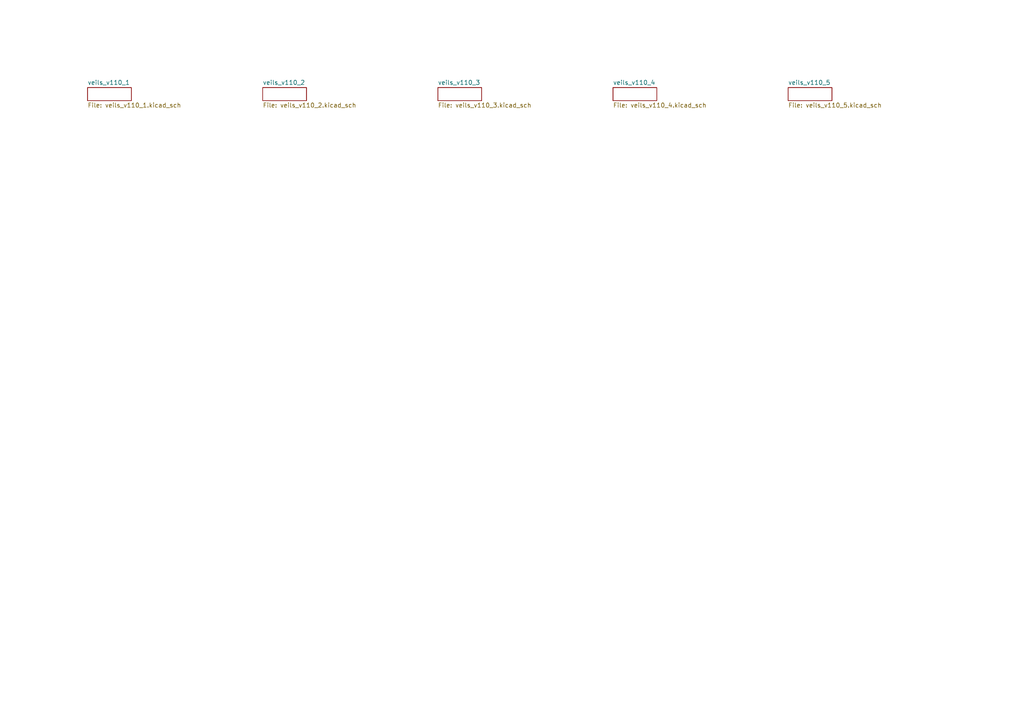
<source format=kicad_sch>
(kicad_sch
	(version 20231120)
	(generator "eeschema")
	(generator_version "8.0")
	(uuid "3dcbabaf-0c2a-4f9c-b025-e6940ca19327")
	(paper "A4")
	(lib_symbols)
	(sheet
		(at 25.4 25.4)
		(size 12.7 3.81)
		(fields_autoplaced yes)
		(stroke
			(width 0)
			(type solid)
		)
		(fill
			(color 0 0 0 0.0000)
		)
		(uuid "32072580-7e64-4f13-9dd5-c31625c15960")
		(property "Sheetname" "veils_v110_1"
			(at 25.4 24.6884 0)
			(effects
				(font
					(size 1.27 1.27)
				)
				(justify left bottom)
			)
		)
		(property "Sheetfile" "veils_v110_1.kicad_sch"
			(at 25.4 29.7946 0)
			(effects
				(font
					(size 1.27 1.27)
				)
				(justify left top)
			)
		)
		(instances
			(project "veils_v110"
				(path "/3dcbabaf-0c2a-4f9c-b025-e6940ca19327"
					(page "1")
				)
			)
		)
	)
	(sheet
		(at 177.8 25.4)
		(size 12.7 3.81)
		(fields_autoplaced yes)
		(stroke
			(width 0)
			(type solid)
		)
		(fill
			(color 0 0 0 0.0000)
		)
		(uuid "479c24b5-0829-483a-88ce-abdb6ad978f9")
		(property "Sheetname" "veils_v110_4"
			(at 177.8 24.6884 0)
			(effects
				(font
					(size 1.27 1.27)
				)
				(justify left bottom)
			)
		)
		(property "Sheetfile" "veils_v110_4.kicad_sch"
			(at 177.8 29.7946 0)
			(effects
				(font
					(size 1.27 1.27)
				)
				(justify left top)
			)
		)
		(instances
			(project "veils_v110"
				(path "/3dcbabaf-0c2a-4f9c-b025-e6940ca19327"
					(page "4")
				)
			)
		)
	)
	(sheet
		(at 228.6 25.4)
		(size 12.7 3.81)
		(fields_autoplaced yes)
		(stroke
			(width 0)
			(type solid)
		)
		(fill
			(color 0 0 0 0.0000)
		)
		(uuid "58a2de57-e69d-40cd-9b84-84b49fce657c")
		(property "Sheetname" "veils_v110_5"
			(at 228.6 24.6884 0)
			(effects
				(font
					(size 1.27 1.27)
				)
				(justify left bottom)
			)
		)
		(property "Sheetfile" "veils_v110_5.kicad_sch"
			(at 228.6 29.7946 0)
			(effects
				(font
					(size 1.27 1.27)
				)
				(justify left top)
			)
		)
		(instances
			(project "veils_v110"
				(path "/3dcbabaf-0c2a-4f9c-b025-e6940ca19327"
					(page "5")
				)
			)
		)
	)
	(sheet
		(at 127 25.4)
		(size 12.7 3.81)
		(fields_autoplaced yes)
		(stroke
			(width 0)
			(type solid)
		)
		(fill
			(color 0 0 0 0.0000)
		)
		(uuid "64029ed8-bbec-41aa-9e55-63540522216d")
		(property "Sheetname" "veils_v110_3"
			(at 127 24.6884 0)
			(effects
				(font
					(size 1.27 1.27)
				)
				(justify left bottom)
			)
		)
		(property "Sheetfile" "veils_v110_3.kicad_sch"
			(at 127 29.7946 0)
			(effects
				(font
					(size 1.27 1.27)
				)
				(justify left top)
			)
		)
		(instances
			(project "veils_v110"
				(path "/3dcbabaf-0c2a-4f9c-b025-e6940ca19327"
					(page "3")
				)
			)
		)
	)
	(sheet
		(at 76.2 25.4)
		(size 12.7 3.81)
		(fields_autoplaced yes)
		(stroke
			(width 0)
			(type solid)
		)
		(fill
			(color 0 0 0 0.0000)
		)
		(uuid "97e2b6a8-e8e1-4b76-9bfd-599c06447013")
		(property "Sheetname" "veils_v110_2"
			(at 76.2 24.6884 0)
			(effects
				(font
					(size 1.27 1.27)
				)
				(justify left bottom)
			)
		)
		(property "Sheetfile" "veils_v110_2.kicad_sch"
			(at 76.2 29.7946 0)
			(effects
				(font
					(size 1.27 1.27)
				)
				(justify left top)
			)
		)
		(instances
			(project "veils_v110"
				(path "/3dcbabaf-0c2a-4f9c-b025-e6940ca19327"
					(page "2")
				)
			)
		)
	)
	(sheet_instances
		(path "/"
			(page "1")
		)
	)
)

</source>
